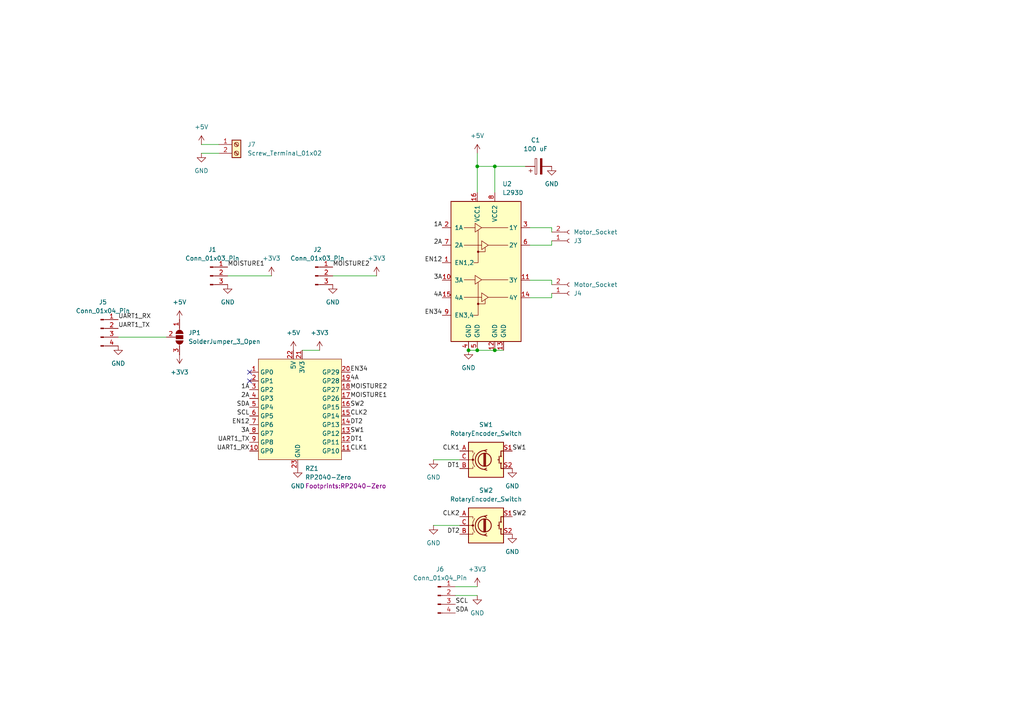
<source format=kicad_sch>
(kicad_sch (version 20250114) (generator "eeschema") (generator_version "9.0")
  (paper "A4")
  (lib_symbols
    (symbol "Connector:Conn_01x02_Female" (pin_names (offset 1.016) (hide yes))
      (property "Reference" "J" (at 0 2.54 0))
      (property "Value" "Conn_01x02_Female" (at 0 -5.08 0))
      (symbol "Conn_01x02_Female_1_1"
        (polyline (pts (xy -1.27 0) (xy -0.508 0)) (stroke (width 0.1524)))
        (polyline (pts (xy -1.27 -2.54) (xy -0.508 -2.54)) (stroke (width 0.1524)))
        (arc (start 0 -0.508) (mid -0.5058 0) (end 0 0.508) (stroke (width 0.1524)))
        (arc (start 0 -3.048) (mid -0.5058 -2.54) (end 0 -2.032) (stroke (width 0.1524)))
        (pin passive line (at -5.08 0 0) (length 3.81) (name "Pin_1") (number "1"))
        (pin passive line (at -5.08 -2.54 0) (length 3.81) (name "Pin_2") (number "2"))
      )
    )
    (symbol "Connector:Conn_01x03_Pin" (pin_names (offset 1.016) (hide yes))
      (property "Reference" "J" (at 0 5.08 0))
      (property "Value" "Conn_01x03_Pin" (at 0 -5.08 0))
      (symbol "Conn_01x03_Pin_1_1"
        (rectangle (start 0.8636 2.667) (end 0 2.413) (stroke (width 0.1524)) (fill (type outline)))
        (rectangle (start 0.8636 0.127) (end 0 -0.127) (stroke (width 0.1524)) (fill (type outline)))
        (rectangle (start 0.8636 -2.413) (end 0 -2.667) (stroke (width 0.1524)) (fill (type outline)))
        (polyline (pts (xy 1.27 2.54) (xy 0.8636 2.54)) (stroke (width 0.1524)))
        (polyline (pts (xy 1.27 0) (xy 0.8636 0)) (stroke (width 0.1524)))
        (polyline (pts (xy 1.27 -2.54) (xy 0.8636 -2.54)) (stroke (width 0.1524)))
        (pin passive line (at 5.08 2.54 180) (length 3.81) (name "Pin_1") (number "1"))
        (pin passive line (at 5.08 0 180) (length 3.81) (name "Pin_2") (number "2"))
        (pin passive line (at 5.08 -2.54 180) (length 3.81) (name "Pin_3") (number "3"))
      )
    )
    (symbol "Connector:Conn_01x04_Pin" (pin_names (offset 1.016) (hide yes))
      (property "Reference" "J" (at 0 5.08 0))
      (property "Value" "Conn_01x04_Pin" (at 0 -7.62 0))
      (symbol "Conn_01x04_Pin_1_1"
        (rectangle (start 0.8636 2.667) (end 0 2.413) (stroke (width 0.1524)) (fill (type outline)))
        (rectangle (start 0.8636 0.127) (end 0 -0.127) (stroke (width 0.1524)) (fill (type outline)))
        (rectangle (start 0.8636 -2.413) (end 0 -2.667) (stroke (width 0.1524)) (fill (type outline)))
        (rectangle (start 0.8636 -4.953) (end 0 -5.207) (stroke (width 0.1524)) (fill (type outline)))
        (polyline (pts (xy 1.27 2.54) (xy 0.8636 2.54)) (stroke (width 0.1524)))
        (polyline (pts (xy 1.27 0) (xy 0.8636 0)) (stroke (width 0.1524)))
        (polyline (pts (xy 1.27 -2.54) (xy 0.8636 -2.54)) (stroke (width 0.1524)))
        (polyline (pts (xy 1.27 -5.08) (xy 0.8636 -5.08)) (stroke (width 0.1524)))
        (pin passive line (at 5.08 2.54 180) (length 3.81) (name "Pin_1") (number "1"))
        (pin passive line (at 5.08 0 180) (length 3.81) (name "Pin_2") (number "2"))
        (pin passive line (at 5.08 -2.54 180) (length 3.81) (name "Pin_3") (number "3"))
        (pin passive line (at 5.08 -5.08 180) (length 3.81) (name "Pin_4") (number "4"))
      )
    )
    (symbol "Connector:Screw_Terminal_01x02" (pin_names (offset 1.016) (hide yes))
      (property "Reference" "J" (at 0 2.54 0))
      (property "Value" "Screw_Terminal_01x02" (at 0 -5.08 0))
      (symbol "Screw_Terminal_01x02_1_1"
        (rectangle (start -1.27 1.27) (end 1.27 -3.81) (stroke (width 0.254)) (fill (type background)))
        (polyline (pts (xy -0.5334 0.3302) (xy 0.3302 -0.508)) (stroke (width 0.1524)))
        (polyline (pts (xy -0.5334 -2.2098) (xy 0.3302 -3.048)) (stroke (width 0.1524)))
        (polyline (pts (xy -0.3556 0.508) (xy 0.508 -0.3302)) (stroke (width 0.1524)))
        (polyline (pts (xy -0.3556 -2.032) (xy 0.508 -2.8702)) (stroke (width 0.1524)))
        (circle (center 0 0) (radius 0.635) (stroke (width 0.1524)))
        (circle (center 0 -2.54) (radius 0.635) (stroke (width 0.1524)))
        (pin passive line (at -5.08 0 0) (length 3.81) (name "Pin_1") (number "1"))
        (pin passive line (at -5.08 -2.54 0) (length 3.81) (name "Pin_2") (number "2"))
      )
    )
    (symbol "Device:C_Polarized" (pin_numbers (hide yes)) (pin_names (offset 0.254))
      (property "Reference" "C" (at 0.635 2.54 0))
      (property "Value" "C_Polarized" (at 0.635 -2.54 0))
      (symbol "C_Polarized_0_1"
        (rectangle (start -2.286 0.508) (end 2.286 1.016))
        (polyline (pts (xy -1.778 2.286) (xy -0.762 2.286)))
        (polyline (pts (xy -1.27 2.794) (xy -1.27 1.778)))
        (rectangle (start 2.286 -0.508) (end -2.286 -1.016) (fill (type outline)))
      )
      (symbol "C_Polarized_1_1"
        (pin passive line (at 0 3.81 270) (length 2.794) (name "~") (number "1"))
        (pin passive line (at 0 -3.81 90) (length 2.794) (name "~") (number "2"))
      )
    )
    (symbol "Device:RotaryEncoder_Switch" (pin_names (offset 0.254) (hide yes))
      (property "Reference" "SW" (at 0 6.604 0))
      (property "Value" "RotaryEncoder_Switch" (at 0 -6.604 0))
      (symbol "RotaryEncoder_Switch_0_1"
        (rectangle (start -5.08 5.08) (end 5.08 -5.08) (stroke (width 0.254)) (fill (type background)))
        (polyline (pts (xy -5.08 2.54) (xy -3.81 2.54) (xy -3.81 2.032)))
        (polyline (pts (xy -5.08 0) (xy -3.81 0) (xy -3.81 -1.016) (xy -3.302 -2.032)))
        (polyline (pts (xy -5.08 -2.54) (xy -3.81 -2.54) (xy -3.81 -2.032)))
        (polyline (pts (xy -4.318 0) (xy -3.81 0) (xy -3.81 1.016) (xy -3.302 2.032)))
        (circle (center -3.81 0) (radius 0.254) (fill (type outline)))
        (polyline (pts (xy -0.635 -1.778) (xy -0.635 1.778)) (stroke (width 0.254)))
        (circle (center -0.381 0) (radius 1.905) (stroke (width 0.254)))
        (polyline (pts (xy -0.381 -1.778) (xy -0.381 1.778)) (stroke (width 0.254)))
        (arc (start -0.381 -2.794) (mid -3.0988 -0.0635) (end -0.381 2.667) (stroke (width 0.254)))
        (polyline (pts (xy -0.127 1.778) (xy -0.127 -1.778)) (stroke (width 0.254)))
        (polyline (pts (xy 0.254 2.921) (xy -0.508 2.667) (xy 0.127 2.286)) (stroke (width 0.254)))
        (polyline (pts (xy 0.254 -3.048) (xy -0.508 -2.794) (xy 0.127 -2.413)) (stroke (width 0.254)))
        (polyline (pts (xy 3.81 1.016) (xy 3.81 -1.016)) (stroke (width 0.254)))
        (polyline (pts (xy 3.81 0) (xy 3.429 0)) (stroke (width 0.254)))
        (circle (center 4.318 1.016) (radius 0.127) (stroke (width 0.254)))
        (circle (center 4.318 -1.016) (radius 0.127) (stroke (width 0.254)))
        (polyline (pts (xy 5.08 2.54) (xy 4.318 2.54) (xy 4.318 1.016)) (stroke (width 0.254)))
        (polyline (pts (xy 5.08 -2.54) (xy 4.318 -2.54) (xy 4.318 -1.016)) (stroke (width 0.254)))
      )
      (symbol "RotaryEncoder_Switch_1_1"
        (pin passive line (at -7.62 2.54 0) (length 2.54) (name "A") (number "A"))
        (pin passive line (at -7.62 0 0) (length 2.54) (name "C") (number "C"))
        (pin passive line (at -7.62 -2.54 0) (length 2.54) (name "B") (number "B"))
        (pin passive line (at 7.62 2.54 180) (length 2.54) (name "S1") (number "S1"))
        (pin passive line (at 7.62 -2.54 180) (length 2.54) (name "S2") (number "S2"))
      )
    )
    (symbol "Driver_Motor:L293D" (pin_names (offset 1.016))
      (property "Reference" "U" (at -5.08 26.035 0))
      (property "Value" "L293D" (at -5.08 24.13 0))
      (symbol "L293D_0_1"
        (rectangle (start -10.16 22.86) (end 10.16 -17.78) (stroke (width 0.254)) (fill (type background)))
        (polyline (pts (xy -6.35 15.24) (xy -3.175 15.24)))
        (polyline (pts (xy -6.35 10.16) (xy -1.27 10.16)))
        (polyline (pts (xy -6.35 0.127) (xy -3.175 0.127)))
        (polyline (pts (xy -6.35 -4.953) (xy -1.27 -4.953)))
        (polyline (pts (xy -3.175 16.51) (xy -3.175 13.97) (xy -1.27 15.24) (xy -3.175 16.51)))
        (polyline (pts (xy -3.175 1.397) (xy -3.175 -1.143) (xy -1.27 0.127) (xy -3.175 1.397)))
        (polyline (pts (xy -2.286 14.478) (xy -2.286 5.08) (xy -3.556 5.08)))
        (circle (center -2.286 8.255) (radius 0.254) (fill (type outline)))
        (polyline (pts (xy -2.286 8.255) (xy -0.254 8.255) (xy -0.254 9.525)))
        (polyline (pts (xy -2.286 -0.635) (xy -2.286 -10.16) (xy -3.556 -10.16)))
        (circle (center -2.286 -6.858) (radius 0.254) (fill (type outline)))
        (polyline (pts (xy -2.286 -6.858) (xy -0.254 -6.858) (xy -0.254 -5.588)))
        (polyline (pts (xy -1.27 15.24) (xy 6.35 15.24)))
        (polyline (pts (xy -1.27 11.43) (xy -1.27 8.89) (xy 0.635 10.16) (xy -1.27 11.43)))
        (polyline (pts (xy -1.27 0.127) (xy 6.35 0.127)))
        (polyline (pts (xy -1.27 -3.683) (xy -1.27 -6.223) (xy 0.635 -4.953) (xy -1.27 -3.683)))
        (polyline (pts (xy 0.635 10.16) (xy 6.35 10.16)))
        (polyline (pts (xy 0.635 -4.953) (xy 6.35 -4.953)))
      )
      (symbol "L293D_1_1"
        (pin input line (at -12.7 15.24 0) (length 2.54) (name "1A") (number "2"))
        (pin input line (at -12.7 10.16 0) (length 2.54) (name "2A") (number "7"))
        (pin input line (at -12.7 5.08 0) (length 2.54) (name "EN1,2") (number "1"))
        (pin input line (at -12.7 0 0) (length 2.54) (name "3A") (number "10"))
        (pin input line (at -12.7 -5.08 0) (length 2.54) (name "4A") (number "15"))
        (pin input line (at -12.7 -10.16 0) (length 2.54) (name "EN3,4") (number "9"))
        (pin power_in line (at -5.08 -20.32 90) (length 2.54) (name "GND") (number "4"))
        (pin power_in line (at -2.54 25.4 270) (length 2.54) (name "VCC1") (number "16"))
        (pin power_in line (at -2.54 -20.32 90) (length 2.54) (name "GND") (number "5"))
        (pin power_in line (at 2.54 25.4 270) (length 2.54) (name "VCC2") (number "8"))
        (pin power_in line (at 2.54 -20.32 90) (length 2.54) (name "GND") (number "12"))
        (pin power_in line (at 5.08 -20.32 90) (length 2.54) (name "GND") (number "13"))
        (pin output line (at 12.7 15.24 180) (length 2.54) (name "1Y") (number "3"))
        (pin output line (at 12.7 10.16 180) (length 2.54) (name "2Y") (number "6"))
        (pin output line (at 12.7 0 180) (length 2.54) (name "3Y") (number "11"))
        (pin output line (at 12.7 -5.08 180) (length 2.54) (name "4Y") (number "14"))
      )
    )
    (symbol "Jumper:SolderJumper_3_Open" (pin_names (offset 0) (hide yes)) (in_bom no)
      (property "Reference" "JP" (at -2.54 -2.54 0))
      (property "Value" "SolderJumper_3_Open" (at 0 2.794 0))
      (symbol "SolderJumper_3_Open_0_1"
        (polyline (pts (xy -2.54 0) (xy -2.032 0)))
        (polyline (pts (xy -1.016 1.016) (xy -1.016 -1.016)))
        (arc (start -1.016 -1.016) (mid -2.0276 0) (end -1.016 1.016))
        (arc (start -1.016 -1.016) (mid -2.0276 0) (end -1.016 1.016) (fill (type outline)))
        (rectangle (start -0.508 1.016) (end 0.508 -1.016) (fill (type outline)))
        (polyline (pts (xy 0 -1.27) (xy 0 -1.016)))
        (arc (start 1.016 1.016) (mid 2.0276 0) (end 1.016 -1.016))
        (arc (start 1.016 1.016) (mid 2.0276 0) (end 1.016 -1.016) (fill (type outline)))
        (polyline (pts (xy 1.016 1.016) (xy 1.016 -1.016)))
        (polyline (pts (xy 2.54 0) (xy 2.032 0)))
      )
      (symbol "SolderJumper_3_Open_1_1"
        (pin passive line (at -5.08 0 0) (length 2.54) (name "A") (number "1"))
        (pin passive line (at 0 -3.81 90) (length 2.54) (name "C") (number "2"))
        (pin passive line (at 5.08 0 180) (length 2.54) (name "B") (number "3"))
      )
    )
    (symbol "RP2040-Zero:RP2040-Zero"
      (property "Reference" "RZ" (at 0 0 0))
      (property "Value" "RP2040-Zero" (at 0 -2.54 0))
      (property "Footprint" "RP2040-Zero:RP2040-Zero" (at 0 0 0))
      (symbol "RP2040-Zero_0_1"
        (rectangle (start -11.43 -15.24) (end 12.7 13.97) (fill (type background)))
      )
      (symbol "RP2040-Zero_1_1"
        (pin bidirectional line (at -13.97 10.16 0) (length 2.54) (name "GP0") (number "1"))
        (pin bidirectional line (at -13.97 7.62 0) (length 2.54) (name "GP1") (number "2"))
        (pin bidirectional line (at -13.97 5.08 0) (length 2.54) (name "GP2") (number "3"))
        (pin bidirectional line (at -13.97 2.54 0) (length 2.54) (name "GP3") (number "4"))
        (pin bidirectional line (at -13.97 0 0) (length 2.54) (name "GP4") (number "5"))
        (pin bidirectional line (at -13.97 -2.54 0) (length 2.54) (name "GP5") (number "6"))
        (pin bidirectional line (at -13.97 -5.08 0) (length 2.54) (name "GP6") (number "7"))
        (pin bidirectional line (at -13.97 -7.62 0) (length 2.54) (name "GP7") (number "8"))
        (pin bidirectional line (at -13.97 -10.16 0) (length 2.54) (name "GP8") (number "9"))
        (pin bidirectional line (at -13.97 -12.7 0) (length 2.54) (name "GP9") (number "10"))
        (pin power_in line (at -1.27 16.51 270) (length 2.54) (name "5V") (number "22"))
        (pin power_in line (at 0 -17.78 90) (length 2.54) (name "GND") (number "23"))
        (pin power_in line (at 1.27 16.51 270) (length 2.54) (name "3V3") (number "21"))
        (pin bidirectional line (at 15.24 10.16 180) (length 2.54) (name "GP29") (number "20"))
        (pin bidirectional line (at 15.24 7.62 180) (length 2.54) (name "GP28") (number "19"))
        (pin bidirectional line (at 15.24 5.08 180) (length 2.54) (name "GP27") (number "18"))
        (pin bidirectional line (at 15.24 2.54 180) (length 2.54) (name "GP26") (number "17"))
        (pin bidirectional line (at 15.24 0 180) (length 2.54) (name "GP15") (number "16"))
        (pin bidirectional line (at 15.24 -2.54 180) (length 2.54) (name "GP14") (number "15"))
        (pin bidirectional line (at 15.24 -5.08 180) (length 2.54) (name "GP13") (number "14"))
        (pin bidirectional line (at 15.24 -7.62 180) (length 2.54) (name "GP12") (number "13"))
        (pin bidirectional line (at 15.24 -10.16 180) (length 2.54) (name "GP11") (number "12"))
        (pin bidirectional line (at 15.24 -12.7 180) (length 2.54) (name "GP10") (number "11"))
      )
    )
    (symbol "power:+3V3" (power) (pin_numbers (hide yes)) (pin_names (offset 0) (hide yes))
      (property "Value" "+3V3" (at 0 3.556 0))
      (symbol "+3V3_0_1"
        (polyline (pts (xy -0.762 1.27) (xy 0 2.54)))
        (polyline (pts (xy 0 2.54) (xy 0.762 1.27)))
        (polyline (pts (xy 0 0) (xy 0 2.54)))
      )
      (symbol "+3V3_1_1"
        (pin power_in line (at 0 0 90) (length 0) (name "~") (number "1"))
      )
    )
    (symbol "power:+5V" (power) (pin_numbers (hide yes)) (pin_names (offset 0) (hide yes))
      (property "Value" "+5V" (at 0 3.556 0))
      (symbol "+5V_0_1"
        (polyline (pts (xy -0.762 1.27) (xy 0 2.54)))
        (polyline (pts (xy 0 2.54) (xy 0.762 1.27)))
        (polyline (pts (xy 0 0) (xy 0 2.54)))
      )
      (symbol "+5V_1_1"
        (pin power_in line (at 0 0 90) (length 0) (name "~") (number "1"))
      )
    )
    (symbol "power:GND" (power) (pin_numbers (hide yes)) (pin_names (offset 0) (hide yes))
      (property "Value" "GND" (at 0 -3.81 0))
      (symbol "GND_0_1"
        (polyline (pts (xy 0 0) (xy 0 -1.27) (xy 1.27 -1.27) (xy 0 -2.54) (xy -1.27 -1.27) (xy 0 -1.27)))
      )
      (symbol "GND_1_1"
        (pin power_in line (at 0 0 270) (length 0) (name "~") (number "1"))
      )
    )
  )
  (junction (at 138.43 101.6))
  (junction (at 143.51 48.26))
  (junction (at 135.89 101.6))
  (junction (at 138.43 48.26))
  (junction (at 143.51 101.6))
  (no_connect (at 72.39 110.49))
  (no_connect (at 72.39 107.95))
  (wire (pts (xy 153.67 71.12) (xy 160.02 71.12)))
  (wire (pts (xy 66.04 80.01) (xy 78.74 80.01)))
  (wire (pts (xy 138.43 101.6) (xy 143.51 101.6)))
  (wire (pts (xy 135.89 101.6) (xy 138.43 101.6)))
  (wire (pts (xy 160.02 71.12) (xy 160.02 69.85)))
  (wire (pts (xy 125.73 133.35) (xy 133.35 133.35)))
  (wire (pts (xy 153.67 66.04) (xy 160.02 66.04)))
  (wire (pts (xy 34.29 97.79) (xy 48.26 97.79)))
  (wire (pts (xy 138.43 44.45) (xy 138.43 48.26)))
  (wire (pts (xy 96.52 80.01) (xy 109.22 80.01)))
  (wire (pts (xy 138.43 48.26) (xy 138.43 55.88)))
  (wire (pts (xy 143.51 101.6) (xy 146.05 101.6)))
  (wire (pts (xy 87.63 101.6) (xy 92.71 101.6)))
  (wire (pts (xy 58.42 44.45) (xy 63.5 44.45)))
  (wire (pts (xy 153.67 86.36) (xy 160.02 86.36)))
  (wire (pts (xy 160.02 81.28) (xy 160.02 82.55)))
  (wire (pts (xy 153.67 81.28) (xy 160.02 81.28)))
  (wire (pts (xy 160.02 66.04) (xy 160.02 67.31)))
  (wire (pts (xy 58.42 41.91) (xy 63.5 41.91)))
  (wire (pts (xy 138.43 48.26) (xy 143.51 48.26)))
  (wire (pts (xy 125.73 152.4) (xy 133.35 152.4)))
  (wire (pts (xy 160.02 86.36) (xy 160.02 85.09)))
  (wire (pts (xy 132.08 172.72) (xy 138.43 172.72)))
  (wire (pts (xy 132.08 170.18) (xy 138.43 170.18)))
  (wire (pts (xy 143.51 48.26) (xy 152.4 48.26)))
  (wire (pts (xy 143.51 55.88) (xy 143.51 48.26)))
  (label "EN34" (at 128.27 91.44 180))
  (label "DT1" (at 101.6 128.27 0))
  (label "UART1_RX" (at 34.29 92.71 0))
  (label "SDA" (at 132.08 177.8 0))
  (label "2A" (at 72.39 115.57 180))
  (label "CLK1" (at 133.35 130.81 180))
  (label "4A" (at 101.6 110.49 0))
  (label "MOISTURE2" (at 101.6 113.03 0))
  (label "DT1" (at 133.35 135.89 180))
  (label "SCL" (at 132.08 175.26 0))
  (label "1A" (at 128.27 66.04 180))
  (label "EN12" (at 128.27 76.2 180))
  (label "MOISTURE1" (at 101.6 115.57 0))
  (label "CLK2" (at 133.35 149.86 180))
  (label "CLK1" (at 101.6 130.81 0))
  (label "UART1_TX" (at 34.29 95.25 0))
  (label "3A" (at 128.27 81.28 180))
  (label "UART1_TX" (at 72.39 128.27 180))
  (label "UART1_RX" (at 72.39 130.81 180))
  (label "SCL" (at 72.39 120.65 180))
  (label "SW2" (at 101.6 118.11 0))
  (label "MOISTURE2" (at 96.52 77.47 0))
  (label "3A" (at 72.39 125.73 180))
  (label "SDA" (at 72.39 118.11 180))
  (label "EN12" (at 72.39 123.19 180))
  (label "DT2" (at 133.35 154.94 180))
  (label "CLK2" (at 101.6 120.65 0))
  (label "SW1" (at 148.59 130.81 0))
  (label "MOISTURE1" (at 66.04 77.47 0))
  (label "SW1" (at 101.6 125.73 0))
  (label "1A" (at 72.39 113.03 180))
  (label "EN34" (at 101.6 107.95 0))
  (label "DT2" (at 101.6 123.19 0))
  (label "2A" (at 128.27 71.12 180))
  (label "4A" (at 128.27 86.36 180))
  (label "SW2" (at 148.59 149.86 0))
  (symbol (lib_id "power:GND") (at 160.02 48.26 0) (unit 1)
    (property "Reference" "#PWR10" (effects (hide yes)))
    (property "Value" "GND" (at 160.02 53.34 0))
    (property "Description" "Power symbol creates a global label with name \"GND\" , ground" (effects (hide yes)))
  )
  (symbol (lib_id "power:GND") (at 86.36 135.89 0) (unit 1)
    (property "Reference" "#PWR016" (effects (hide yes)))
    (property "Value" "GND" (at 86.36 140.97 0))
    (property "Description" "Power symbol creates a global label with name \"GND\" , ground" (effects (hide yes)))
  )
  (symbol (lib_id "power:GND") (at 125.73 152.4 0) (unit 1)
    (property "Reference" "#PWR012" (effects (hide yes)))
    (property "Value" "GND" (at 125.73 157.48 0))
    (property "Description" "Power symbol creates a global label with name \"GND\" , ground" (effects (hide yes)))
  )
  (symbol (lib_id "power:GND") (at 135.89 101.6 0) (unit 1)
    (property "Reference" "#PWR8" (effects (hide yes)))
    (property "Value" "GND" (at 135.89 106.68 0))
    (property "Description" "Power symbol creates a global label with name \"GND\" , ground" (effects (hide yes)))
  )
  (symbol (lib_id "Jumper:SolderJumper_3_Open") (at 52.07 97.79 270) (unit 1) (in_bom no)
    (property "Reference" "JP1" (at 54.61 96.5199 90) (effects (justify left)))
    (property "Value" "SolderJumper_3_Open" (at 54.61 99.0599 90) (effects (justify left)))
    (property "Footprint" "Jumper:SolderJumper-3_P1.3mm_Open_RoundedPad1.0x1.5mm_NumberLabels" (effects (hide yes)))
    (property "Description" "Solder Jumper, 3-pole, open" (effects (hide yes)))
  )
  (symbol (lib_id "Device:RotaryEncoder_Switch") (at 140.97 133.35 0) (unit 1)
    (property "Reference" "SW1" (at 140.97 123.19 0))
    (property "Value" "RotaryEncoder_Switch" (at 140.97 125.73 0))
    (property "Footprint" "Rotary_Encoder:RotaryEncoder_Alps_EC11E-Switch_Vertical_H20mm" (effects (hide yes)))
    (property "Description" "Rotary encoder, dual channel, incremental quadrate outputs, with switch" (effects (hide yes)))
  )
  (symbol (lib_id "Connector:Conn_01x02_Female") (at 165.1 85.09 0) (mirror x) (unit 1)
    (property "Reference" "J4" (at 166.37 85.09 0) (effects (justify left)))
    (property "Value" "Motor_Socket" (at 166.37 82.55 0) (effects (justify left)))
    (property "Footprint" "Footprints:PumpWatering" (effects (hide yes)))
  )
  (symbol (lib_id "power:GND") (at 58.42 44.45 0) (unit 1)
    (property "Reference" "#PWR024" (effects (hide yes)))
    (property "Value" "GND" (at 58.42 49.53 0))
    (property "Description" "Power symbol creates a global label with name \"GND\" , ground" (effects (hide yes)))
  )
  (symbol (lib_id "power:GND") (at 138.43 172.72 0) (unit 1)
    (property "Reference" "#PWR021" (effects (hide yes)))
    (property "Value" "GND" (at 138.43 177.8 0))
    (property "Description" "Power symbol creates a global label with name \"GND\" , ground" (effects (hide yes)))
  )
  (symbol (lib_id "power:+5V") (at 52.07 92.71 0) (unit 1)
    (property "Reference" "#PWR018" (effects (hide yes)))
    (property "Value" "+5V" (at 52.07 87.63 0))
    (property "Description" "Power symbol creates a global label with name \"+5V\"" (effects (hide yes)))
  )
  (symbol (lib_id "power:+3V3") (at 92.71 101.6 0) (unit 1)
    (property "Reference" "#PWR017" (effects (hide yes)))
    (property "Value" "+3V3" (at 92.71 96.52 0))
    (property "Description" "Power symbol creates a global label with name \"+3V3\"" (effects (hide yes)))
  )
  (symbol (lib_id "power:+5V") (at 138.43 44.45 0) (unit 1)
    (property "Reference" "#PWR9" (effects (hide yes)))
    (property "Value" "+5V" (at 138.43 39.37 0))
    (property "Description" "Power symbol creates a global label with name \"+5V\"" (effects (hide yes)))
  )
  (symbol (lib_id "Connector:Conn_01x04_Pin") (at 29.21 95.25 0) (unit 1)
    (property "Reference" "J5" (at 29.845 87.63 0))
    (property "Value" "Conn_01x04_Pin" (at 29.845 90.17 0))
    (property "Footprint" "Connector_PinHeader_2.54mm:PinHeader_1x04_P2.54mm_Vertical" (effects (hide yes)))
    (property "Description" "Generic connector, single row, 01x04, script generated" (effects (hide yes)))
  )
  (symbol (lib_id "Driver_Motor:L293D") (at 140.97 81.28 0) (unit 1)
    (property "Reference" "U2" (at 145.7041 53.34 0) (effects (justify left)))
    (property "Value" "L293D" (at 145.7041 55.88 0) (effects (justify left)))
    (property "Footprint" "Package_DIP:DIP-16_W7.62mm" (effects (hide yes)))
    (property "Datasheet" "http://www.ti.com/lit/ds/symlink/l293.pdf" (effects (hide yes)))
    (property "Description" "Quadruple Half-H Drivers" (effects (hide yes)))
  )
  (symbol (lib_id "power:+3V3") (at 78.74 80.01 0) (unit 1)
    (property "Reference" "#PWR5" (effects (hide yes)))
    (property "Value" "+3V3" (at 78.74 74.93 0))
    (property "Description" "Power symbol creates a global label with name \"+3V3\"" (effects (hide yes)))
  )
  (symbol (lib_id "power:GND") (at 148.59 154.94 0) (unit 1)
    (property "Reference" "#PWR014" (effects (hide yes)))
    (property "Value" "GND" (at 148.59 160.02 0))
    (property "Description" "Power symbol creates a global label with name \"GND\" , ground" (effects (hide yes)))
  )
  (symbol (lib_id "power:+3V3") (at 52.07 102.87 180) (unit 1)
    (property "Reference" "#PWR020" (effects (hide yes)))
    (property "Value" "+3V3" (at 52.07 107.95 0))
    (property "Description" "Power symbol creates a global label with name \"+3V3\"" (effects (hide yes)))
  )
  (symbol (lib_id "Connector:Screw_Terminal_01x02") (at 68.58 41.91 0) (unit 1)
    (property "Reference" "J7" (at 71.755 41.91 0) (effects (justify left)))
    (property "Value" "Screw_Terminal_01x02" (at 71.755 44.45 0) (effects (justify left)))
    (property "Footprint" "Footprints:USBC-Dummy-Card" (effects (hide yes)))
  )
  (symbol (lib_id "power:GND") (at 34.29 100.33 0) (unit 1)
    (property "Reference" "#PWR019" (effects (hide yes)))
    (property "Value" "GND" (at 34.29 105.41 0))
    (property "Description" "Power symbol creates a global label with name \"GND\" , ground" (effects (hide yes)))
  )
  (symbol (lib_id "Connector:Conn_01x04_Pin") (at 127 172.72 0) (unit 1)
    (property "Reference" "J6" (at 127.635 165.1 0))
    (property "Value" "Conn_01x04_Pin" (at 127.635 167.64 0))
    (property "Footprint" "Footprints:SSD1306" (effects (hide yes)))
    (property "Description" "Generic connector, single row, 01x04, script generated" (effects (hide yes)))
  )
  (symbol (lib_id "power:GND") (at 96.52 82.55 0) (unit 1)
    (property "Reference" "#PWR6" (effects (hide yes)))
    (property "Value" "GND" (at 96.52 87.63 0))
    (property "Description" "Power symbol creates a global label with name \"GND\" , ground" (effects (hide yes)))
  )
  (symbol (lib_id "Device:C_Polarized") (at 156.21 48.26 90) (unit 1)
    (property "Reference" "C1" (at 155.321 40.64 90))
    (property "Value" "100 uF" (at 155.321 43.18 90))
    (property "Footprint" "Capacitor_THT:CP_Radial_D5.0mm_P2.50mm" (effects (hide yes)))
    (property "Description" "Polarized capacitor" (effects (hide yes)))
  )
  (symbol (lib_id "power:+5V") (at 58.42 41.91 0) (unit 1)
    (property "Reference" "#PWR023" (effects (hide yes)))
    (property "Value" "+5V" (at 58.42 36.83 0))
    (property "Description" "Power symbol creates a global label with name \"+5V\"" (effects (hide yes)))
  )
  (symbol (lib_id "power:+5V") (at 85.09 101.6 0) (unit 1)
    (property "Reference" "#PWR015" (effects (hide yes)))
    (property "Value" "+5V" (at 85.09 96.52 0))
    (property "Description" "Power symbol creates a global label with name \"+5V\"" (effects (hide yes)))
  )
  (symbol (lib_id "power:+3V3") (at 109.22 80.01 0) (unit 1)
    (property "Reference" "#PWR7" (effects (hide yes)))
    (property "Value" "+3V3" (at 109.22 74.93 0))
    (property "Description" "Power symbol creates a global label with name \"+3V3\"" (effects (hide yes)))
  )
  (symbol (lib_id "RP2040-Zero:RP2040-Zero") (at 86.36 118.11 0) (unit 1)
    (property "Reference" "RZ1" (at 88.5033 135.89 0) (effects (justify left)))
    (property "Value" "RP2040-Zero" (at 88.5033 138.43 0) (effects (justify left)))
    (property "Footprint" "Footprints:RP2040-Zero" (at 88.5033 140.97 0) (effects (justify left)))
  )
  (symbol (lib_id "power:+3V3") (at 138.43 170.18 0) (unit 1)
    (property "Reference" "#PWR022" (effects (hide yes)))
    (property "Value" "+3V3" (at 138.43 165.1 0))
    (property "Description" "Power symbol creates a global label with name \"+3V3\"" (effects (hide yes)))
  )
  (symbol (lib_id "Connector:Conn_01x03_Pin") (at 60.96 80.01 0) (unit 1)
    (property "Reference" "J1" (at 61.595 72.39 0))
    (property "Value" "Conn_01x03_Pin" (at 61.595 74.93 0))
    (property "Footprint" "Connector_PinHeader_2.54mm:PinHeader_1x03_P2.54mm_Vertical" (effects (hide yes)))
    (property "Description" "Generic connector, single row, 01x03, script generated" (effects (hide yes)))
  )
  (symbol (lib_id "power:GND") (at 66.04 82.55 0) (unit 1)
    (property "Reference" "#PWR3" (effects (hide yes)))
    (property "Value" "GND" (at 66.04 87.63 0))
    (property "Description" "Power symbol creates a global label with name \"GND\" , ground" (effects (hide yes)))
  )
  (symbol (lib_id "power:GND") (at 148.59 135.89 0) (unit 1)
    (property "Reference" "#PWR013" (effects (hide yes)))
    (property "Value" "GND" (at 148.59 140.97 0))
    (property "Description" "Power symbol creates a global label with name \"GND\" , ground" (effects (hide yes)))
  )
  (symbol (lib_id "Connector:Conn_01x03_Pin") (at 91.44 80.01 0) (unit 1)
    (property "Reference" "J2" (at 92.075 72.39 0))
    (property "Value" "Conn_01x03_Pin" (at 92.075 74.93 0))
    (property "Footprint" "Connector_PinHeader_2.54mm:PinHeader_1x03_P2.54mm_Vertical" (effects (hide yes)))
    (property "Description" "Generic connector, single row, 01x03, script generated" (effects (hide yes)))
  )
  (symbol (lib_id "Device:RotaryEncoder_Switch") (at 140.97 152.4 0) (unit 1)
    (property "Reference" "SW2" (at 140.97 142.24 0))
    (property "Value" "RotaryEncoder_Switch" (at 140.97 144.78 0))
    (property "Footprint" "Rotary_Encoder:RotaryEncoder_Alps_EC11E-Switch_Vertical_H20mm" (effects (hide yes)))
    (property "Description" "Rotary encoder, dual channel, incremental quadrate outputs, with switch" (effects (hide yes)))
  )
  (symbol (lib_id "power:GND") (at 125.73 133.35 0) (unit 1)
    (property "Reference" "#PWR011" (effects (hide yes)))
    (property "Value" "GND" (at 125.73 138.43 0))
    (property "Description" "Power symbol creates a global label with name \"GND\" , ground" (effects (hide yes)))
  )
  (symbol (lib_id "Connector:Conn_01x02_Female") (at 165.1 69.85 0) (mirror x) (unit 1)
    (property "Reference" "J3" (at 166.37 69.85 0) (effects (justify left)))
    (property "Value" "Motor_Socket" (at 166.37 67.31 0) (effects (justify left)))
    (property "Footprint" "Footprints:PumpWatering" (effects (hide yes)))
  )
)
</source>
